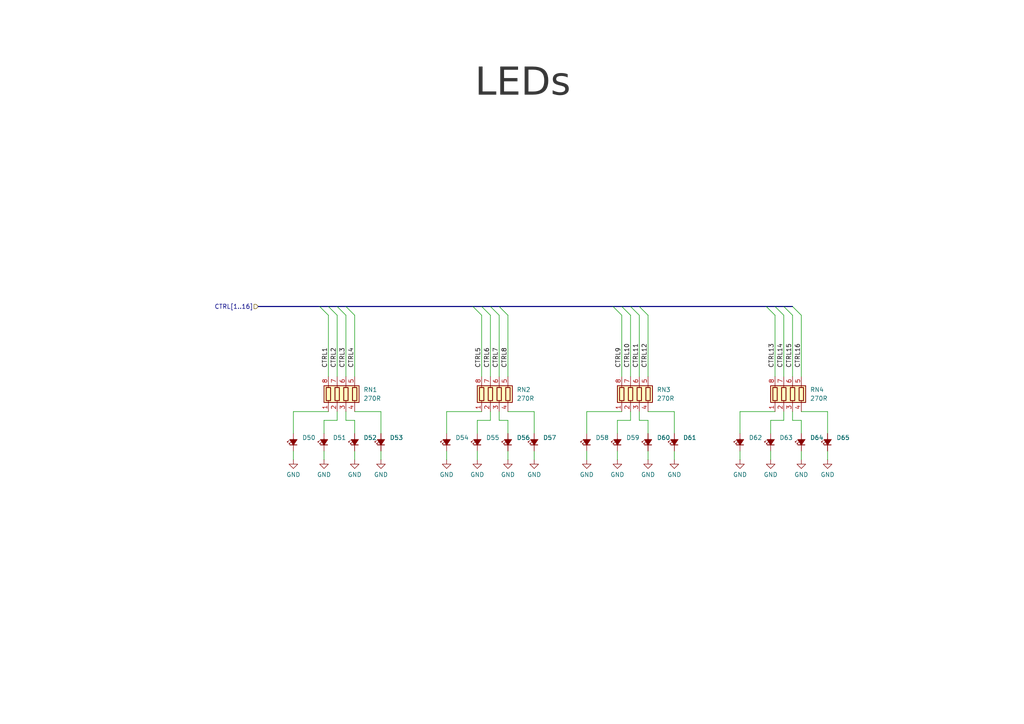
<source format=kicad_sch>
(kicad_sch (version 20250114) (generator "eeschema") (generator_version "9.0")
  (paper "A4")
  (title_block (title "Control Unit 2") (date "2024-12-09") (rev "1") (comment 1 "LEDs"))
  (lib_symbols
    (symbol "Device:LED_Small_Filled" (pin_numbers (hide yes)) (pin_names (offset 0.254) (hide yes))
      (property "Reference" "D" (at -1.27 3.175 0))
      (property "Value" "LED_Small_Filled" (at -4.445 -2.54 0))
      (symbol "LED_Small_Filled_0_1"
        (polyline (pts (xy -0.762 -1.016) (xy -0.762 1.016)) (stroke (width 0.254)))
        (polyline (pts (xy 0 0.762) (xy -0.508 1.27) (xy -0.254 1.27) (xy -0.508 1.27) (xy -0.508 1.016)))
        (polyline (pts (xy 0.508 1.27) (xy 0 1.778) (xy 0.254 1.778) (xy 0 1.778) (xy 0 1.524)))
        (polyline (pts (xy 0.762 -1.016) (xy -0.762 0) (xy 0.762 1.016) (xy 0.762 -1.016)) (stroke (width 0.254)) (fill (type outline)))
        (polyline (pts (xy 1.016 0) (xy -0.762 0)))
      )
      (symbol "LED_Small_Filled_1_1"
        (pin passive line (at -2.54 0 0) (length 1.778) (name "K") (number "1"))
        (pin passive line (at 2.54 0 180) (length 1.778) (name "A") (number "2"))
      )
    )
    (symbol "Device:R_Pack04" (pin_names (offset 0) (hide yes))
      (property "Reference" "RN" (at -7.62 0 90))
      (property "Value" "R_Pack04" (at 5.08 0 90))
      (symbol "R_Pack04_0_1"
        (rectangle (start -6.35 -2.413) (end 3.81 2.413) (stroke (width 0.254)) (fill (type background)))
        (rectangle (start -5.715 1.905) (end -4.445 -1.905) (stroke (width 0.254)))
        (polyline (pts (xy -5.08 1.905) (xy -5.08 2.54)))
        (polyline (pts (xy -5.08 -2.54) (xy -5.08 -1.905)))
        (rectangle (start -3.175 1.905) (end -1.905 -1.905) (stroke (width 0.254)))
        (polyline (pts (xy -2.54 1.905) (xy -2.54 2.54)))
        (polyline (pts (xy -2.54 -2.54) (xy -2.54 -1.905)))
        (rectangle (start -0.635 1.905) (end 0.635 -1.905) (stroke (width 0.254)))
        (polyline (pts (xy 0 1.905) (xy 0 2.54)))
        (polyline (pts (xy 0 -2.54) (xy 0 -1.905)))
        (rectangle (start 1.905 1.905) (end 3.175 -1.905) (stroke (width 0.254)))
        (polyline (pts (xy 2.54 1.905) (xy 2.54 2.54)))
        (polyline (pts (xy 2.54 -2.54) (xy 2.54 -1.905)))
      )
      (symbol "R_Pack04_1_1"
        (pin passive line (at -5.08 5.08 270) (length 2.54) (name "R1.2") (number "8"))
        (pin passive line (at -5.08 -5.08 90) (length 2.54) (name "R1.1") (number "1"))
        (pin passive line (at -2.54 5.08 270) (length 2.54) (name "R2.2") (number "7"))
        (pin passive line (at -2.54 -5.08 90) (length 2.54) (name "R2.1") (number "2"))
        (pin passive line (at 0 5.08 270) (length 2.54) (name "R3.2") (number "6"))
        (pin passive line (at 0 -5.08 90) (length 2.54) (name "R3.1") (number "3"))
        (pin passive line (at 2.54 5.08 270) (length 2.54) (name "R4.2") (number "5"))
        (pin passive line (at 2.54 -5.08 90) (length 2.54) (name "R4.1") (number "4"))
      )
    )
    (symbol "power:GND" (power) (pin_numbers (hide yes)) (pin_names (offset 0) (hide yes))
      (property "Value" "GND" (at 0 -3.81 0))
      (symbol "GND_0_1"
        (polyline (pts (xy 0 0) (xy 0 -1.27) (xy 1.27 -1.27) (xy 0 -2.54) (xy -1.27 -1.27) (xy 0 -1.27)))
      )
      (symbol "GND_1_1"
        (pin power_in line (at 0 0 270) (length 0) (name "~") (number "1"))
      )
    )
  )
  (text "LEDs" (at 151.638 26.416 0) (effects (font (size 8 8) (thickness 0.4))))
  (bus_entry (at 180.34 88.9) (size 2.54 2.54))
  (bus_entry (at 227.33 88.9) (size 2.54 2.54))
  (bus_entry (at 222.25 88.9) (size 2.54 2.54))
  (bus_entry (at 137.16 88.9) (size 2.54 2.54))
  (bus_entry (at 177.8 88.9) (size 2.54 2.54))
  (bus_entry (at 142.24 88.9) (size 2.54 2.54))
  (bus_entry (at 182.88 88.9) (size 2.54 2.54))
  (bus_entry (at 139.7 88.9) (size 2.54 2.54))
  (bus_entry (at 144.78 88.9) (size 2.54 2.54))
  (bus_entry (at 185.42 88.9) (size 2.54 2.54))
  (bus_entry (at 100.33 88.9) (size 2.54 2.54))
  (bus_entry (at 224.79 88.9) (size 2.54 2.54))
  (bus_entry (at 92.71 88.9) (size 2.54 2.54))
  (bus_entry (at 95.25 88.9) (size 2.54 2.54))
  (bus_entry (at 229.87 88.9) (size 2.54 2.54))
  (bus_entry (at 97.79 88.9) (size 2.54 2.54))
  (wire (pts (xy 139.7 119.38) (xy 129.54 119.38)))
  (bus (pts (xy 185.42 88.9) (xy 222.25 88.9)))
  (bus (pts (xy 95.25 88.9) (xy 97.79 88.9)))
  (wire (pts (xy 142.24 91.44) (xy 142.24 109.22)))
  (wire (pts (xy 214.63 130.81) (xy 214.63 133.35)))
  (wire (pts (xy 97.79 119.38) (xy 97.79 121.92)))
  (wire (pts (xy 180.34 119.38) (xy 170.18 119.38)))
  (wire (pts (xy 185.42 121.92) (xy 187.96 121.92)))
  (wire (pts (xy 154.94 130.81) (xy 154.94 133.35)))
  (wire (pts (xy 100.33 119.38) (xy 100.33 121.92)))
  (wire (pts (xy 240.03 130.81) (xy 240.03 133.35)))
  (wire (pts (xy 229.87 91.44) (xy 229.87 109.22)))
  (wire (pts (xy 138.43 121.92) (xy 138.43 125.73)))
  (wire (pts (xy 95.25 91.44) (xy 95.25 109.22)))
  (wire (pts (xy 129.54 130.81) (xy 129.54 133.35)))
  (wire (pts (xy 142.24 119.38) (xy 142.24 121.92)))
  (wire (pts (xy 144.78 91.44) (xy 144.78 109.22)))
  (wire (pts (xy 182.88 91.44) (xy 182.88 109.22)))
  (wire (pts (xy 138.43 130.81) (xy 138.43 133.35)))
  (bus (pts (xy 92.71 88.9) (xy 95.25 88.9)))
  (wire (pts (xy 232.41 121.92) (xy 232.41 125.73)))
  (wire (pts (xy 229.87 119.38) (xy 229.87 121.92)))
  (wire (pts (xy 102.87 121.92) (xy 102.87 125.73)))
  (wire (pts (xy 93.98 130.81) (xy 93.98 133.35)))
  (wire (pts (xy 180.34 91.44) (xy 180.34 109.22)))
  (wire (pts (xy 185.42 91.44) (xy 185.42 109.22)))
  (wire (pts (xy 232.41 130.81) (xy 232.41 133.35)))
  (wire (pts (xy 100.33 91.44) (xy 100.33 109.22)))
  (wire (pts (xy 227.33 119.38) (xy 227.33 121.92)))
  (wire (pts (xy 240.03 125.73) (xy 240.03 119.38)))
  (wire (pts (xy 97.79 121.92) (xy 93.98 121.92)))
  (bus (pts (xy 177.8 88.9) (xy 180.34 88.9)))
  (wire (pts (xy 223.52 130.81) (xy 223.52 133.35)))
  (wire (pts (xy 147.32 121.92) (xy 147.32 125.73)))
  (wire (pts (xy 95.25 119.38) (xy 85.09 119.38)))
  (wire (pts (xy 224.79 91.44) (xy 224.79 109.22)))
  (wire (pts (xy 100.33 121.92) (xy 102.87 121.92)))
  (bus (pts (xy 224.79 88.9) (xy 227.33 88.9)))
  (wire (pts (xy 187.96 130.81) (xy 187.96 133.35)))
  (wire (pts (xy 170.18 130.81) (xy 170.18 133.35)))
  (wire (pts (xy 224.79 119.38) (xy 214.63 119.38)))
  (wire (pts (xy 179.07 121.92) (xy 179.07 125.73)))
  (wire (pts (xy 102.87 130.81) (xy 102.87 133.35)))
  (bus (pts (xy 137.16 88.9) (xy 139.7 88.9)))
  (wire (pts (xy 185.42 119.38) (xy 185.42 121.92)))
  (wire (pts (xy 139.7 91.44) (xy 139.7 109.22)))
  (wire (pts (xy 195.58 125.73) (xy 195.58 119.38)))
  (bus (pts (xy 97.79 88.9) (xy 100.33 88.9)))
  (wire (pts (xy 195.58 130.81) (xy 195.58 133.35)))
  (wire (pts (xy 223.52 121.92) (xy 223.52 125.73)))
  (wire (pts (xy 144.78 119.38) (xy 144.78 121.92)))
  (wire (pts (xy 97.79 91.44) (xy 97.79 109.22)))
  (wire (pts (xy 142.24 121.92) (xy 138.43 121.92)))
  (bus (pts (xy 144.78 88.9) (xy 177.8 88.9)))
  (bus (pts (xy 139.7 88.9) (xy 142.24 88.9)))
  (wire (pts (xy 147.32 91.44) (xy 147.32 109.22)))
  (bus (pts (xy 180.34 88.9) (xy 182.88 88.9)))
  (wire (pts (xy 214.63 119.38) (xy 214.63 125.73)))
  (wire (pts (xy 110.49 130.81) (xy 110.49 133.35)))
  (wire (pts (xy 93.98 121.92) (xy 93.98 125.73)))
  (wire (pts (xy 187.96 119.38) (xy 195.58 119.38)))
  (wire (pts (xy 187.96 121.92) (xy 187.96 125.73)))
  (bus (pts (xy 100.33 88.9) (xy 137.16 88.9)))
  (wire (pts (xy 182.88 121.92) (xy 179.07 121.92)))
  (wire (pts (xy 187.96 91.44) (xy 187.96 109.22)))
  (bus (pts (xy 142.24 88.9) (xy 144.78 88.9)))
  (wire (pts (xy 102.87 119.38) (xy 110.49 119.38)))
  (bus (pts (xy 227.33 88.9) (xy 229.87 88.9)))
  (wire (pts (xy 144.78 121.92) (xy 147.32 121.92)))
  (wire (pts (xy 227.33 91.44) (xy 227.33 109.22)))
  (wire (pts (xy 229.87 121.92) (xy 232.41 121.92)))
  (wire (pts (xy 170.18 119.38) (xy 170.18 125.73)))
  (wire (pts (xy 85.09 130.81) (xy 85.09 133.35)))
  (wire (pts (xy 129.54 119.38) (xy 129.54 125.73)))
  (wire (pts (xy 227.33 121.92) (xy 223.52 121.92)))
  (wire (pts (xy 147.32 119.38) (xy 154.94 119.38)))
  (wire (pts (xy 85.09 119.38) (xy 85.09 125.73)))
  (wire (pts (xy 232.41 119.38) (xy 240.03 119.38)))
  (bus (pts (xy 222.25 88.9) (xy 224.79 88.9)))
  (wire (pts (xy 110.49 125.73) (xy 110.49 119.38)))
  (wire (pts (xy 154.94 125.73) (xy 154.94 119.38)))
  (bus (pts (xy 182.88 88.9) (xy 185.42 88.9)))
  (wire (pts (xy 232.41 91.44) (xy 232.41 109.22)))
  (bus (pts (xy 74.93 88.9) (xy 92.71 88.9)))
  (wire (pts (xy 182.88 119.38) (xy 182.88 121.92)))
  (wire (pts (xy 102.87 91.44) (xy 102.87 109.22)))
  (wire (pts (xy 179.07 130.81) (xy 179.07 133.35)))
  (wire (pts (xy 147.32 130.81) (xy 147.32 133.35)))
  (label "CTRL3" (at 100.33 106.68 90))
  (label "CTRL1" (at 95.25 106.68 90))
  (label "CTRL7" (at 144.78 106.68 90))
  (label "CTRL5" (at 139.7 106.68 90))
  (label "CTRL6" (at 142.24 106.68 90))
  (label "CTRL4" (at 102.87 106.68 90))
  (label "CTRL12" (at 187.96 106.68 90))
  (label "CTRL9" (at 180.34 106.68 90))
  (label "CTRL2" (at 97.79 106.68 90))
  (label "CTRL16" (at 232.41 106.68 90))
  (label "CTRL11" (at 185.42 106.68 90))
  (label "CTRL10" (at 182.88 106.68 90))
  (label "CTRL15" (at 229.87 106.68 90))
  (label "CTRL13" (at 224.79 106.68 90))
  (label "CTRL8" (at 147.32 106.68 90))
  (label "CTRL14" (at 227.33 106.68 90))
  (hierarchical_label "CTRL[1..16]" (shape input) (at 74.93 88.9 180))
  (symbol (lib_id "Device:LED_Small_Filled") (at 240.03 128.27 90) (unit 1)
    (property "Reference" "D65" (at 242.57 126.9364 90) (effects (justify right)))
    (property "Value" "LED_Small_Filled" (effects (hide yes)))
    (property "Footprint" "LED_SMD:LED_0603_1608Metric" (effects (hide yes)))
    (property "Description" "Light emitting diode, small symbol, filled shape" (effects (hide yes)))
    (property "PartID" "496" (effects (hide yes)))
    (property "Sim.Pins" "1=K 2=A" (effects (hide yes)))
  )
  (symbol (lib_id "power:GND") (at 232.41 133.35 0) (unit 1)
    (property "Reference" "#PWR0207" (effects (hide yes)))
    (property "Value" "GND" (at 232.41 137.668 0))
    (property "Description" "Power symbol creates a global label with name \"GND\" , ground" (effects (hide yes)))
  )
  (symbol (lib_id "Device:LED_Small_Filled") (at 110.49 128.27 90) (unit 1)
    (property "Reference" "D53" (at 113.03 126.9364 90) (effects (justify right)))
    (property "Value" "LED_Small_Filled" (effects (hide yes)))
    (property "Footprint" "LED_SMD:LED_0603_1608Metric" (effects (hide yes)))
    (property "Description" "Light emitting diode, small symbol, filled shape" (effects (hide yes)))
    (property "PartID" "496" (effects (hide yes)))
    (property "Sim.Pins" "1=K 2=A" (effects (hide yes)))
  )
  (symbol (lib_id "power:GND") (at 147.32 133.35 0) (unit 1)
    (property "Reference" "#PWR0200" (effects (hide yes)))
    (property "Value" "GND" (at 147.32 137.668 0))
    (property "Description" "Power symbol creates a global label with name \"GND\" , ground" (effects (hide yes)))
  )
  (symbol (lib_id "Device:LED_Small_Filled") (at 179.07 128.27 90) (unit 1)
    (property "Reference" "D59" (at 181.61 126.9364 90) (effects (justify right)))
    (property "Value" "LED_Small_Filled" (effects (hide yes)))
    (property "Footprint" "LED_SMD:LED_0603_1608Metric" (effects (hide yes)))
    (property "Description" "Light emitting diode, small symbol, filled shape" (effects (hide yes)))
    (property "PartID" "496" (effects (hide yes)))
    (property "Sim.Pins" "1=K 2=A" (effects (hide yes)))
  )
  (symbol (lib_id "Device:LED_Small_Filled") (at 223.52 128.27 90) (unit 1)
    (property "Reference" "D63" (at 226.06 126.9364 90) (effects (justify right)))
    (property "Value" "LED_Small_Filled" (effects (hide yes)))
    (property "Footprint" "LED_SMD:LED_0603_1608Metric" (effects (hide yes)))
    (property "Description" "Light emitting diode, small symbol, filled shape" (effects (hide yes)))
    (property "PartID" "496" (effects (hide yes)))
    (property "Sim.Pins" "1=K 2=A" (effects (hide yes)))
  )
  (symbol (lib_id "power:GND") (at 179.07 133.35 0) (unit 1)
    (property "Reference" "#PWR0199" (effects (hide yes)))
    (property "Value" "GND" (at 179.07 137.668 0))
    (property "Description" "Power symbol creates a global label with name \"GND\" , ground" (effects (hide yes)))
  )
  (symbol (lib_id "Device:LED_Small_Filled") (at 85.09 128.27 90) (unit 1)
    (property "Reference" "D50" (at 87.63 126.9364 90) (effects (justify right)))
    (property "Value" "LED_Small_Filled" (effects (hide yes)))
    (property "Footprint" "LED_SMD:LED_0603_1608Metric" (effects (hide yes)))
    (property "Description" "Light emitting diode, small symbol, filled shape" (effects (hide yes)))
    (property "PartID" "496" (effects (hide yes)))
    (property "Sim.Pins" "1=K 2=A" (effects (hide yes)))
  )
  (symbol (lib_id "Device:LED_Small_Filled") (at 147.32 128.27 90) (unit 1)
    (property "Reference" "D56" (at 149.86 126.9364 90) (effects (justify right)))
    (property "Value" "LED_Small_Filled" (effects (hide yes)))
    (property "Footprint" "LED_SMD:LED_0603_1608Metric" (effects (hide yes)))
    (property "Description" "Light emitting diode, small symbol, filled shape" (effects (hide yes)))
    (property "PartID" "496" (effects (hide yes)))
    (property "Sim.Pins" "1=K 2=A" (effects (hide yes)))
  )
  (symbol (lib_id "power:GND") (at 93.98 133.35 0) (unit 1)
    (property "Reference" "#PWR0212" (effects (hide yes)))
    (property "Value" "GND" (at 93.98 137.668 0))
    (property "Description" "Power symbol creates a global label with name \"GND\" , ground" (effects (hide yes)))
  )
  (symbol (lib_id "Device:LED_Small_Filled") (at 232.41 128.27 90) (unit 1)
    (property "Reference" "D64" (at 234.95 126.9364 90) (effects (justify right)))
    (property "Value" "LED_Small_Filled" (effects (hide yes)))
    (property "Footprint" "LED_SMD:LED_0603_1608Metric" (effects (hide yes)))
    (property "Description" "Light emitting diode, small symbol, filled shape" (effects (hide yes)))
    (property "PartID" "496" (effects (hide yes)))
    (property "Sim.Pins" "1=K 2=A" (effects (hide yes)))
  )
  (symbol (lib_id "Device:LED_Small_Filled") (at 154.94 128.27 90) (unit 1)
    (property "Reference" "D57" (at 157.48 126.9364 90) (effects (justify right)))
    (property "Value" "LED_Small_Filled" (effects (hide yes)))
    (property "Footprint" "LED_SMD:LED_0603_1608Metric" (effects (hide yes)))
    (property "Description" "Light emitting diode, small symbol, filled shape" (effects (hide yes)))
    (property "PartID" "496" (effects (hide yes)))
    (property "Sim.Pins" "1=K 2=A" (effects (hide yes)))
  )
  (symbol (lib_id "power:GND") (at 187.96 133.35 0) (unit 1)
    (property "Reference" "#PWR0197" (effects (hide yes)))
    (property "Value" "GND" (at 187.96 137.668 0))
    (property "Description" "Power symbol creates a global label with name \"GND\" , ground" (effects (hide yes)))
  )
  (symbol (lib_id "Device:R_Pack04") (at 144.78 114.3 0) (unit 1)
    (property "Reference" "RN2" (at 149.86 113.0299 0) (effects (justify left)))
    (property "Value" "270R" (at 149.86 115.5699 0) (effects (justify left)))
    (property "Footprint" "Resistor_SMD:R_Array_Concave_4x0603" (effects (hide yes)))
    (property "Description" "4 resistor network, parallel topology" (effects (hide yes)))
  )
  (symbol (lib_id "Device:LED_Small_Filled") (at 187.96 128.27 90) (unit 1)
    (property "Reference" "D60" (at 190.5 126.9364 90) (effects (justify right)))
    (property "Value" "LED_Small_Filled" (effects (hide yes)))
    (property "Footprint" "LED_SMD:LED_0603_1608Metric" (effects (hide yes)))
    (property "Description" "Light emitting diode, small symbol, filled shape" (effects (hide yes)))
    (property "PartID" "496" (effects (hide yes)))
    (property "Sim.Pins" "1=K 2=A" (effects (hide yes)))
  )
  (symbol (lib_id "power:GND") (at 170.18 133.35 0) (unit 1)
    (property "Reference" "#PWR0205" (effects (hide yes)))
    (property "Value" "GND" (at 170.18 137.668 0))
    (property "Description" "Power symbol creates a global label with name \"GND\" , ground" (effects (hide yes)))
  )
  (symbol (lib_id "Device:R_Pack04") (at 185.42 114.3 0) (unit 1)
    (property "Reference" "RN3" (at 190.5 113.0299 0) (effects (justify left)))
    (property "Value" "270R" (at 190.5 115.5699 0) (effects (justify left)))
    (property "Footprint" "Resistor_SMD:R_Array_Concave_4x0603" (effects (hide yes)))
    (property "Description" "4 resistor network, parallel topology" (effects (hide yes)))
  )
  (symbol (lib_id "Device:LED_Small_Filled") (at 102.87 128.27 90) (unit 1)
    (property "Reference" "D52" (at 105.41 126.9364 90) (effects (justify right)))
    (property "Value" "LED_Small_Filled" (effects (hide yes)))
    (property "Footprint" "LED_SMD:LED_0603_1608Metric" (effects (hide yes)))
    (property "Description" "Light emitting diode, small symbol, filled shape" (effects (hide yes)))
    (property "PartID" "496" (effects (hide yes)))
    (property "Sim.Pins" "1=K 2=A" (effects (hide yes)))
  )
  (symbol (lib_id "Device:R_Pack04") (at 100.33 114.3 0) (unit 1)
    (property "Reference" "RN1" (at 105.41 113.0299 0) (effects (justify left)))
    (property "Value" "270R" (at 105.41 115.5699 0) (effects (justify left)))
    (property "Footprint" "Resistor_SMD:R_Array_Concave_4x0603" (effects (hide yes)))
    (property "Description" "4 resistor network, parallel topology" (effects (hide yes)))
  )
  (symbol (lib_id "Device:LED_Small_Filled") (at 214.63 128.27 90) (unit 1)
    (property "Reference" "D62" (at 217.17 126.9364 90) (effects (justify right)))
    (property "Value" "LED_Small_Filled" (effects (hide yes)))
    (property "Footprint" "LED_SMD:LED_0603_1608Metric" (effects (hide yes)))
    (property "Description" "Light emitting diode, small symbol, filled shape" (effects (hide yes)))
    (property "PartID" "496" (effects (hide yes)))
    (property "Sim.Pins" "1=K 2=A" (effects (hide yes)))
  )
  (symbol (lib_id "power:GND") (at 102.87 133.35 0) (unit 1)
    (property "Reference" "#PWR0210" (effects (hide yes)))
    (property "Value" "GND" (at 102.87 137.668 0))
    (property "Description" "Power symbol creates a global label with name \"GND\" , ground" (effects (hide yes)))
  )
  (symbol (lib_id "power:GND") (at 110.49 133.35 0) (unit 1)
    (property "Reference" "#PWR0202" (effects (hide yes)))
    (property "Value" "GND" (at 110.49 137.668 0))
    (property "Description" "Power symbol creates a global label with name \"GND\" , ground" (effects (hide yes)))
  )
  (symbol (lib_id "Device:LED_Small_Filled") (at 138.43 128.27 90) (unit 1)
    (property "Reference" "D55" (at 140.97 126.9364 90) (effects (justify right)))
    (property "Value" "LED_Small_Filled" (effects (hide yes)))
    (property "Footprint" "LED_SMD:LED_0603_1608Metric" (effects (hide yes)))
    (property "Description" "Light emitting diode, small symbol, filled shape" (effects (hide yes)))
    (property "PartID" "496" (effects (hide yes)))
    (property "Sim.Pins" "1=K 2=A" (effects (hide yes)))
  )
  (symbol (lib_id "power:GND") (at 85.09 133.35 0) (unit 1)
    (property "Reference" "#PWR0211" (effects (hide yes)))
    (property "Value" "GND" (at 85.09 137.668 0))
    (property "Description" "Power symbol creates a global label with name \"GND\" , ground" (effects (hide yes)))
  )
  (symbol (lib_id "power:GND") (at 129.54 133.35 0) (unit 1)
    (property "Reference" "#PWR0203" (effects (hide yes)))
    (property "Value" "GND" (at 129.54 137.668 0))
    (property "Description" "Power symbol creates a global label with name \"GND\" , ground" (effects (hide yes)))
  )
  (symbol (lib_id "Device:R_Pack04") (at 229.87 114.3 0) (unit 1)
    (property "Reference" "RN4" (at 234.95 113.0299 0) (effects (justify left)))
    (property "Value" "270R" (at 234.95 115.5699 0) (effects (justify left)))
    (property "Footprint" "Resistor_SMD:R_Array_Concave_4x0603" (effects (hide yes)))
    (property "Description" "4 resistor network, parallel topology" (effects (hide yes)))
  )
  (symbol (lib_id "power:GND") (at 240.03 133.35 0) (unit 1)
    (property "Reference" "#PWR0208" (effects (hide yes)))
    (property "Value" "GND" (at 240.03 137.668 0))
    (property "Description" "Power symbol creates a global label with name \"GND\" , ground" (effects (hide yes)))
  )
  (symbol (lib_id "power:GND") (at 154.94 133.35 0) (unit 1)
    (property "Reference" "#PWR0204" (effects (hide yes)))
    (property "Value" "GND" (at 154.94 137.668 0))
    (property "Description" "Power symbol creates a global label with name \"GND\" , ground" (effects (hide yes)))
  )
  (symbol (lib_id "power:GND") (at 195.58 133.35 0) (unit 1)
    (property "Reference" "#PWR0198" (effects (hide yes)))
    (property "Value" "GND" (at 195.58 137.668 0))
    (property "Description" "Power symbol creates a global label with name \"GND\" , ground" (effects (hide yes)))
  )
  (symbol (lib_id "Device:LED_Small_Filled") (at 195.58 128.27 90) (unit 1)
    (property "Reference" "D61" (at 198.12 126.9364 90) (effects (justify right)))
    (property "Value" "LED_Small_Filled" (effects (hide yes)))
    (property "Footprint" "LED_SMD:LED_0603_1608Metric" (effects (hide yes)))
    (property "Description" "Light emitting diode, small symbol, filled shape" (effects (hide yes)))
    (property "PartID" "496" (effects (hide yes)))
    (property "Sim.Pins" "1=K 2=A" (effects (hide yes)))
  )
  (symbol (lib_id "power:GND") (at 138.43 133.35 0) (unit 1)
    (property "Reference" "#PWR0201" (effects (hide yes)))
    (property "Value" "GND" (at 138.43 137.668 0))
    (property "Description" "Power symbol creates a global label with name \"GND\" , ground" (effects (hide yes)))
  )
  (symbol (lib_id "Device:LED_Small_Filled") (at 129.54 128.27 90) (unit 1)
    (property "Reference" "D54" (at 132.08 126.9364 90) (effects (justify right)))
    (property "Value" "LED_Small_Filled" (effects (hide yes)))
    (property "Footprint" "LED_SMD:LED_0603_1608Metric" (effects (hide yes)))
    (property "Description" "Light emitting diode, small symbol, filled shape" (effects (hide yes)))
    (property "PartID" "496" (effects (hide yes)))
    (property "Sim.Pins" "1=K 2=A" (effects (hide yes)))
  )
  (symbol (lib_id "power:GND") (at 214.63 133.35 0) (unit 1)
    (property "Reference" "#PWR0206" (effects (hide yes)))
    (property "Value" "GND" (at 214.63 137.668 0))
    (property "Description" "Power symbol creates a global label with name \"GND\" , ground" (effects (hide yes)))
  )
  (symbol (lib_id "Device:LED_Small_Filled") (at 93.98 128.27 90) (unit 1)
    (property "Reference" "D51" (at 96.52 126.9364 90) (effects (justify right)))
    (property "Value" "LED_Small_Filled" (effects (hide yes)))
    (property "Footprint" "LED_SMD:LED_0603_1608Metric" (effects (hide yes)))
    (property "Description" "Light emitting diode, small symbol, filled shape" (effects (hide yes)))
    (property "PartID" "496" (effects (hide yes)))
    (property "Sim.Pins" "1=K 2=A" (effects (hide yes)))
  )
  (symbol (lib_id "Device:LED_Small_Filled") (at 170.18 128.27 90) (unit 1)
    (property "Reference" "D58" (at 172.72 126.9364 90) (effects (justify right)))
    (property "Value" "LED_Small_Filled" (effects (hide yes)))
    (property "Footprint" "LED_SMD:LED_0603_1608Metric" (effects (hide yes)))
    (property "Description" "Light emitting diode, small symbol, filled shape" (effects (hide yes)))
    (property "PartID" "496" (effects (hide yes)))
    (property "Sim.Pins" "1=K 2=A" (effects (hide yes)))
  )
  (symbol (lib_id "power:GND") (at 223.52 133.35 0) (unit 1)
    (property "Reference" "#PWR0209" (effects (hide yes)))
    (property "Value" "GND" (at 223.52 137.668 0))
    (property "Description" "Power symbol creates a global label with name \"GND\" , ground" (effects (hide yes)))
  )
)
</source>
